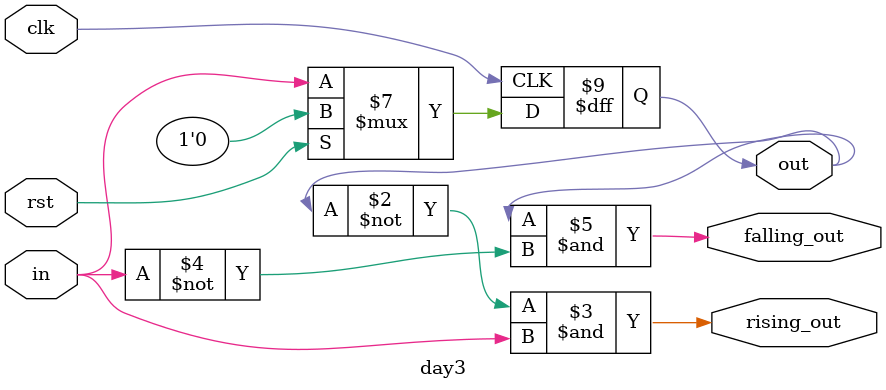
<source format=v>

module day3 (
    input clk, rst, in,
    output rising_out, falling_out, out
);
    
    reg out;

    always @(posedge clk) begin
        if (rst) begin
            out <= 0;
        end
        else begin
            out <= in;
        end
    end

    // Rising edge when delayed signal is 0 but current is 1
    assign rising_out = ~out & in;
    /*
    in out ~out &
    0   0   1   0
    0   1   0   0
    1   0   1   1
    1   1   0   0
    */

    // Falling edge when delayed signal is 1 but current is 0
    assign falling_out = out & ~in;
    /*
    in out ~in  &
    0   0   1   0
    0   1   1   1
    1   0   0   0
    1   1   0   0
    */

endmodule
</source>
